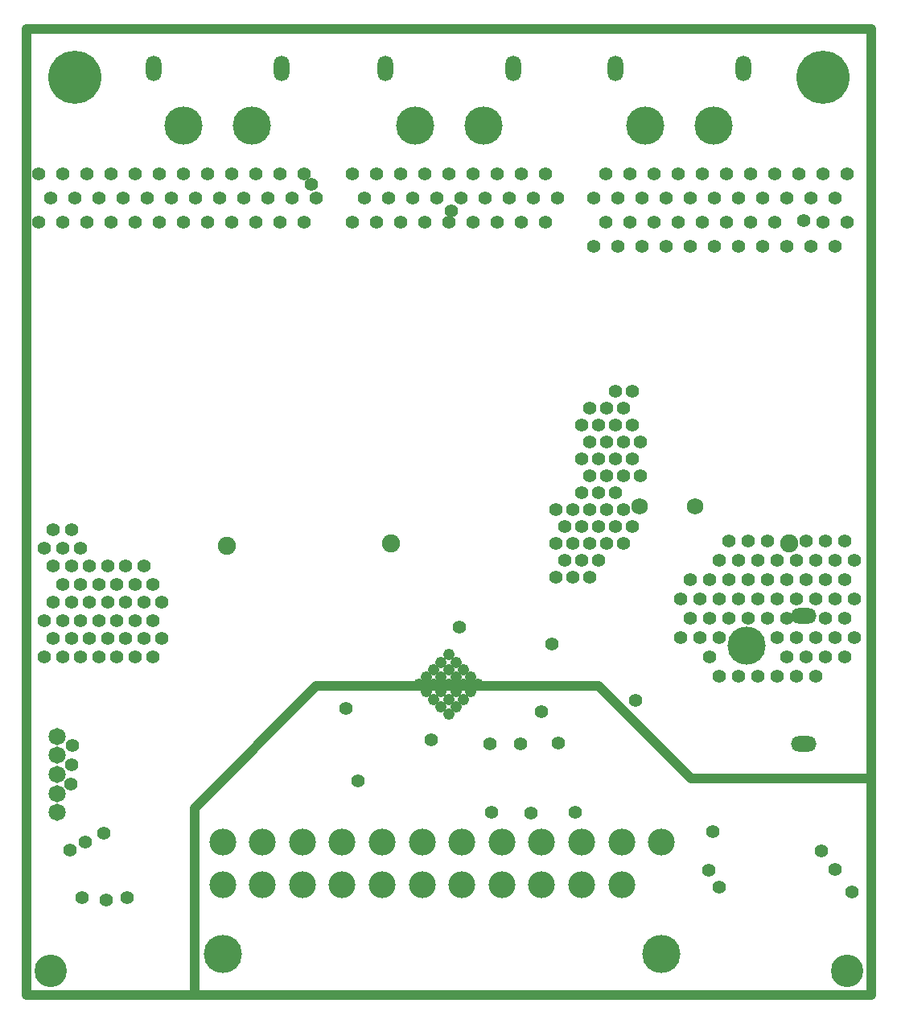
<source format=gbr>
%TF.GenerationSoftware,Altium Limited,Altium Designer,19.0.10 (269)*%
G04 Layer_Physical_Order=3*
G04 Layer_Color=128*
%FSLAX26Y26*%
%MOIN*%
%TF.FileFunction,Copper,L3,Inr,Plane*%
%TF.Part,Single*%
G01*
G75*
%TA.AperFunction,NonConductor*%
%ADD49C,0.010000*%
%ADD50C,0.040000*%
%TA.AperFunction,ComponentPad*%
%ADD51C,0.071496*%
%TA.AperFunction,ViaPad*%
%ADD52C,0.134500*%
%ADD53C,0.220000*%
%TA.AperFunction,ComponentPad*%
%ADD54O,0.063622X0.106929*%
%ADD55C,0.158110*%
%ADD56C,0.075433*%
%ADD57O,0.106929X0.063622*%
%ADD58C,0.110866*%
%TA.AperFunction,ViaPad*%
%ADD59C,0.055625*%
%ADD60C,0.047874*%
%ADD61C,0.055000*%
%ADD62C,0.068000*%
D49*
X1751000Y-1998000D02*
Y-1850000D01*
X1749000Y-2000000D02*
X1751000Y-1998000D01*
X-1039000Y-2000000D02*
X1749000D01*
X-1053000Y-1986000D02*
X-1039000Y-2000000D01*
D50*
X1004000Y-1105000D02*
X1748000D01*
X621000Y-721000D02*
X1006000Y-1106000D01*
X-547000Y-721000D02*
X621000D01*
X-1053000Y-1227000D02*
X-547000Y-721000D01*
X-1053000Y-1986000D02*
Y-1227000D01*
X-1750000Y-2000000D02*
X1750000D01*
Y2000000D01*
X-1750000D02*
X1750000D01*
X-1750000Y-2000000D02*
Y2000000D01*
D51*
X-1622000Y-1008740D02*
D03*
Y-930000D02*
D03*
Y-1087480D02*
D03*
Y-1166220D02*
D03*
Y-1244961D02*
D03*
D52*
X1650000Y-1900000D02*
D03*
X-1650000D02*
D03*
D53*
X1550000Y1800000D02*
D03*
X-1550000D02*
D03*
D54*
X-690252Y1836220D02*
D03*
X-1221748D02*
D03*
X268248D02*
D03*
X-263248D02*
D03*
X1221748D02*
D03*
X690252D02*
D03*
D55*
X-814268Y1600000D02*
D03*
X-1097732D02*
D03*
X144232D02*
D03*
X-139232D02*
D03*
X1097732D02*
D03*
X814268D02*
D03*
X1233780Y-554016D02*
D03*
X-936709Y-1832402D02*
D03*
X882189D02*
D03*
D56*
X-920000Y-141851D02*
D03*
X-240000Y-131851D02*
D03*
X1410000D02*
D03*
D57*
X1470000Y-961496D02*
D03*
Y-430000D02*
D03*
D58*
X882189Y-1367835D02*
D03*
X-440646D02*
D03*
Y-1545000D02*
D03*
X-275291Y-1367835D02*
D03*
Y-1545000D02*
D03*
X-109937Y-1367835D02*
D03*
Y-1545000D02*
D03*
X55417Y-1367835D02*
D03*
Y-1545000D02*
D03*
X220772Y-1367835D02*
D03*
Y-1545000D02*
D03*
X386126Y-1367835D02*
D03*
Y-1545000D02*
D03*
X551480Y-1367835D02*
D03*
Y-1545000D02*
D03*
X716835Y-1367835D02*
D03*
Y-1545000D02*
D03*
X-606000Y-1367835D02*
D03*
Y-1545000D02*
D03*
X-771354D02*
D03*
Y-1367835D02*
D03*
X-936709Y-1545000D02*
D03*
Y-1367835D02*
D03*
D59*
X386126Y-829000D02*
D03*
X-1225000Y-300000D02*
D03*
X-1187500Y-375000D02*
D03*
X-1225000Y-450000D02*
D03*
X-1187500Y-525000D02*
D03*
X-1225000Y-600000D02*
D03*
X-1262500Y-225000D02*
D03*
X-1300000Y-300000D02*
D03*
X-1262500Y-375000D02*
D03*
X-1300000Y-450000D02*
D03*
X-1262500Y-525000D02*
D03*
X-1300000Y-600000D02*
D03*
X-1337500Y-225000D02*
D03*
X-1375000Y-300000D02*
D03*
X-1337500Y-375000D02*
D03*
X-1375000Y-450000D02*
D03*
X-1337500Y-525000D02*
D03*
X-1375000Y-600000D02*
D03*
X-1412500Y-225000D02*
D03*
X-1450000Y-300000D02*
D03*
X-1412500Y-375000D02*
D03*
X-1450000Y-450000D02*
D03*
X-1412500Y-525000D02*
D03*
X-1450000Y-600000D02*
D03*
X-1525000Y-150000D02*
D03*
X-1487500Y-225000D02*
D03*
X-1525000Y-300000D02*
D03*
X-1487500Y-375000D02*
D03*
X-1525000Y-450000D02*
D03*
X-1487500Y-525000D02*
D03*
X-1525000Y-600000D02*
D03*
X-1562500Y-75000D02*
D03*
X-1600000Y-150000D02*
D03*
X-1562500Y-225000D02*
D03*
X-1600000Y-300000D02*
D03*
X-1562500Y-375000D02*
D03*
X-1600000Y-450000D02*
D03*
X-1562500Y-525000D02*
D03*
X-1600000Y-600000D02*
D03*
X-1637500Y-75000D02*
D03*
X-1675000Y-150000D02*
D03*
X-1637500Y-225000D02*
D03*
Y-375000D02*
D03*
X-1675000Y-450000D02*
D03*
X-1637500Y-525000D02*
D03*
X-1675000Y-600000D02*
D03*
X1680000Y-200000D02*
D03*
Y-360000D02*
D03*
Y-520000D02*
D03*
X1640000Y-120000D02*
D03*
X1600000Y-200000D02*
D03*
X1640000Y-280000D02*
D03*
X1600000Y-360000D02*
D03*
X1640000Y-440000D02*
D03*
X1600000Y-520000D02*
D03*
X1640000Y-600000D02*
D03*
X1560000Y-120000D02*
D03*
X1520000Y-200000D02*
D03*
X1560000Y-280000D02*
D03*
X1520000Y-360000D02*
D03*
X1560000Y-440000D02*
D03*
X1520000Y-520000D02*
D03*
X1560000Y-600000D02*
D03*
X1520000Y-680000D02*
D03*
X1480000Y-120000D02*
D03*
X1440000Y-200000D02*
D03*
X1480000Y-280000D02*
D03*
X1440000Y-360000D02*
D03*
Y-520000D02*
D03*
X1480000Y-600000D02*
D03*
X1440000Y-680000D02*
D03*
X1360000Y-200000D02*
D03*
X1400000Y-280000D02*
D03*
X1360000Y-360000D02*
D03*
X1400000Y-440000D02*
D03*
X1360000Y-520000D02*
D03*
X1400000Y-600000D02*
D03*
X1360000Y-680000D02*
D03*
X1320000Y-120000D02*
D03*
X1280000Y-200000D02*
D03*
X1320000Y-280000D02*
D03*
X1280000Y-360000D02*
D03*
X1320000Y-440000D02*
D03*
X1280000Y-680000D02*
D03*
X1240000Y-120000D02*
D03*
X1200000Y-200000D02*
D03*
X1240000Y-280000D02*
D03*
X1200000Y-360000D02*
D03*
X1240000Y-440000D02*
D03*
X1200000Y-680000D02*
D03*
X1160000Y-120000D02*
D03*
X1120000Y-200000D02*
D03*
X1160000Y-280000D02*
D03*
X1120000Y-360000D02*
D03*
X1160000Y-440000D02*
D03*
X1120000Y-520000D02*
D03*
Y-680000D02*
D03*
X1080000Y-280000D02*
D03*
X1040000Y-360000D02*
D03*
X1080000Y-440000D02*
D03*
X1040000Y-520000D02*
D03*
X1080000Y-600000D02*
D03*
X1000000Y-280000D02*
D03*
X960000Y-360000D02*
D03*
X1000000Y-440000D02*
D03*
X960000Y-520000D02*
D03*
X760000Y500000D02*
D03*
Y360000D02*
D03*
X795000Y290000D02*
D03*
X760000Y220000D02*
D03*
X795000Y150000D02*
D03*
X760000Y-60000D02*
D03*
X690000Y500000D02*
D03*
X725000Y430000D02*
D03*
X690000Y360000D02*
D03*
X725000Y290000D02*
D03*
X690000Y220000D02*
D03*
X725000Y150000D02*
D03*
X690000Y80000D02*
D03*
X725000Y10000D02*
D03*
X690000Y-60000D02*
D03*
X725000Y-130000D02*
D03*
X655000Y430000D02*
D03*
X620000Y360000D02*
D03*
X655000Y290000D02*
D03*
X620000Y220000D02*
D03*
X655000Y150000D02*
D03*
X620000Y80000D02*
D03*
X655000Y10000D02*
D03*
X620000Y-60000D02*
D03*
X655000Y-130000D02*
D03*
X620000Y-200000D02*
D03*
X585000Y430000D02*
D03*
X550000Y360000D02*
D03*
X585000Y290000D02*
D03*
X550000Y220000D02*
D03*
X585000Y150000D02*
D03*
X550000Y80000D02*
D03*
X585000Y10000D02*
D03*
X550000Y-60000D02*
D03*
X585000Y-130000D02*
D03*
X550000Y-200000D02*
D03*
X585000Y-270000D02*
D03*
X515000Y10000D02*
D03*
X480000Y-60000D02*
D03*
X515000Y-130000D02*
D03*
X480000Y-200000D02*
D03*
X515000Y-270000D02*
D03*
X445000Y10000D02*
D03*
Y-130000D02*
D03*
Y-270000D02*
D03*
X-600000Y1400000D02*
D03*
X-550000Y1300000D02*
D03*
X-600000Y1200000D02*
D03*
X-700000Y1400000D02*
D03*
X-650000Y1300000D02*
D03*
X-700000Y1200000D02*
D03*
X-800000Y1400000D02*
D03*
X-750000Y1300000D02*
D03*
X-800000Y1200000D02*
D03*
X-900000Y1400000D02*
D03*
X-850000Y1300000D02*
D03*
X-900000Y1200000D02*
D03*
X-1000000Y1400000D02*
D03*
X-950000Y1300000D02*
D03*
X-1000000Y1200000D02*
D03*
X-1100000Y1400000D02*
D03*
X-1050000Y1300000D02*
D03*
X-1100000Y1200000D02*
D03*
X-1200000Y1400000D02*
D03*
X-1150000Y1300000D02*
D03*
X-1200000Y1200000D02*
D03*
X-1300000Y1400000D02*
D03*
X-1250000Y1300000D02*
D03*
X-1300000Y1200000D02*
D03*
X-1400000Y1400000D02*
D03*
X-1350000Y1300000D02*
D03*
X-1400000Y1200000D02*
D03*
X-1500000Y1400000D02*
D03*
X-1450000Y1300000D02*
D03*
X-1500000Y1200000D02*
D03*
X-1600000Y1400000D02*
D03*
X-1550000Y1300000D02*
D03*
X-1600000Y1200000D02*
D03*
X-1700000Y1400000D02*
D03*
X-1650000Y1300000D02*
D03*
X-1700000Y1200000D02*
D03*
X400000Y1400000D02*
D03*
X450000Y1300000D02*
D03*
X400000Y1200000D02*
D03*
X300000Y1400000D02*
D03*
X350000Y1300000D02*
D03*
X300000Y1200000D02*
D03*
X200000Y1400000D02*
D03*
X250000Y1300000D02*
D03*
X200000Y1200000D02*
D03*
X100000Y1400000D02*
D03*
X150000Y1300000D02*
D03*
X100000Y1200000D02*
D03*
X0Y1400000D02*
D03*
X50000Y1300000D02*
D03*
X0Y1200000D02*
D03*
X-100000Y1400000D02*
D03*
X-50000Y1300000D02*
D03*
X-100000Y1200000D02*
D03*
X-200000Y1400000D02*
D03*
X-150000Y1300000D02*
D03*
X-200000Y1200000D02*
D03*
X-300000Y1400000D02*
D03*
X-250000Y1300000D02*
D03*
X-300000Y1200000D02*
D03*
X-400000Y1400000D02*
D03*
X-350000Y1300000D02*
D03*
X-400000Y1200000D02*
D03*
X1650000Y1400000D02*
D03*
X1600000Y1300000D02*
D03*
X1650000Y1200000D02*
D03*
X1600000Y1100000D02*
D03*
X1550000Y1400000D02*
D03*
X1500000Y1300000D02*
D03*
X1550000Y1200000D02*
D03*
X1500000Y1100000D02*
D03*
X1450000Y1400000D02*
D03*
X1400000Y1300000D02*
D03*
Y1100000D02*
D03*
X1350000Y1400000D02*
D03*
X1300000Y1300000D02*
D03*
X1350000Y1200000D02*
D03*
X1300000Y1100000D02*
D03*
X1250000Y1400000D02*
D03*
X1200000Y1300000D02*
D03*
X1250000Y1200000D02*
D03*
X1200000Y1100000D02*
D03*
X1150000Y1400000D02*
D03*
X1100000Y1300000D02*
D03*
X1150000Y1200000D02*
D03*
X1100000Y1100000D02*
D03*
X1050000Y1400000D02*
D03*
X1000000Y1300000D02*
D03*
X1050000Y1200000D02*
D03*
X1000000Y1100000D02*
D03*
X950000Y1400000D02*
D03*
X900000Y1300000D02*
D03*
X950000Y1200000D02*
D03*
X900000Y1100000D02*
D03*
X850000Y1400000D02*
D03*
X800000Y1300000D02*
D03*
X850000Y1200000D02*
D03*
X800000Y1100000D02*
D03*
X750000Y1400000D02*
D03*
X700000Y1300000D02*
D03*
X750000Y1200000D02*
D03*
X700000Y1100000D02*
D03*
X650000Y1400000D02*
D03*
X600000Y1300000D02*
D03*
X650000Y1200000D02*
D03*
X600000Y1100000D02*
D03*
X1473000Y1205000D02*
D03*
X1670000Y-1573976D02*
D03*
X-1519000Y-1599000D02*
D03*
X-1420000Y-1607000D02*
D03*
X-1331000Y-1599000D02*
D03*
X523549Y-1246000D02*
D03*
X343000Y-1247000D02*
D03*
X177456Y-1243000D02*
D03*
X11000Y1246000D02*
D03*
X-570000Y1356000D02*
D03*
X172000Y-961496D02*
D03*
X298000D02*
D03*
X454528Y-959000D02*
D03*
X1077000Y-1483000D02*
D03*
X-1429485Y-1330000D02*
D03*
X-1567000Y-1400000D02*
D03*
X-1503550Y-1367835D02*
D03*
X775500Y-780465D02*
D03*
X1602000Y-1481000D02*
D03*
X1122000Y-1555000D02*
D03*
X1544000Y-1403000D02*
D03*
X1094000Y-1325000D02*
D03*
X-425000Y-815000D02*
D03*
X-374000Y-1114000D02*
D03*
X-71000Y-943000D02*
D03*
X429000Y-549000D02*
D03*
X45000Y-477000D02*
D03*
D60*
X-91868Y-684377D02*
D03*
X0Y-776245D02*
D03*
Y-837491D02*
D03*
X122491Y-715000D02*
D03*
X0Y-592509D02*
D03*
X-91868Y-745623D02*
D03*
X-122491Y-715000D02*
D03*
X30623Y-806868D02*
D03*
X-61245Y-715000D02*
D03*
X-30623Y-745623D02*
D03*
X-61245Y-776245D02*
D03*
X-30623Y-806868D02*
D03*
X-61245Y-653755D02*
D03*
X-30623Y-623132D02*
D03*
Y-684377D02*
D03*
X91868D02*
D03*
Y-745623D02*
D03*
X61245Y-653755D02*
D03*
Y-715000D02*
D03*
X30623Y-623132D02*
D03*
X0Y-653755D02*
D03*
X30623Y-684377D02*
D03*
X0Y-715000D02*
D03*
X30623Y-745623D02*
D03*
X61245Y-776245D02*
D03*
D61*
X-1564495Y-1128000D02*
D03*
X-1562000Y-1047488D02*
D03*
X-1558024Y-969000D02*
D03*
D62*
X1021000Y23000D02*
D03*
X790000Y22000D02*
D03*
%TF.MD5,00803ff33e41f0e018a449d6395f4399*%
M02*

</source>
